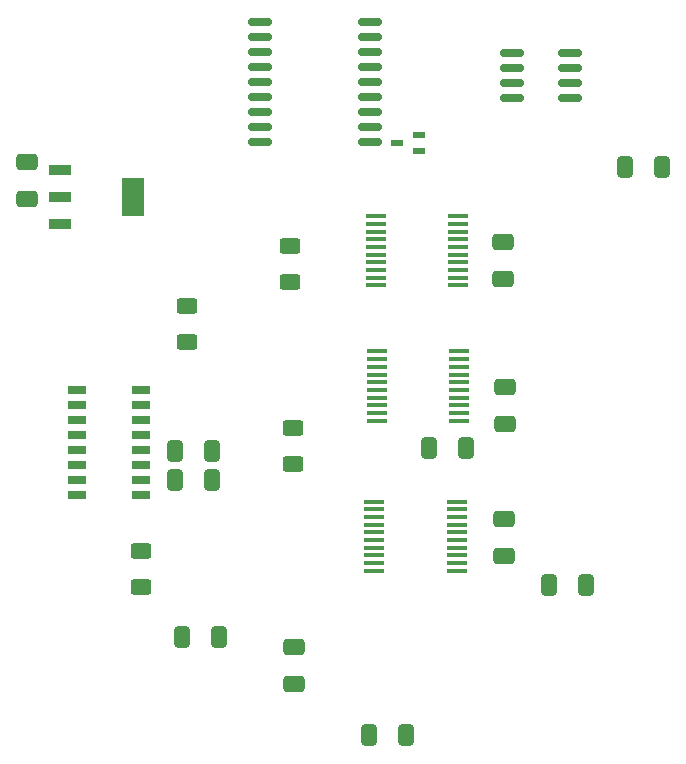
<source format=gbr>
%TF.GenerationSoftware,KiCad,Pcbnew,8.0.1-rc1*%
%TF.CreationDate,2024-11-21T18:28:05-08:00*%
%TF.ProjectId,AMS - CANBus Sensor - Temperature - RTD,414d5320-2d20-4434-914e-427573205365,rev?*%
%TF.SameCoordinates,Original*%
%TF.FileFunction,Paste,Bot*%
%TF.FilePolarity,Positive*%
%FSLAX46Y46*%
G04 Gerber Fmt 4.6, Leading zero omitted, Abs format (unit mm)*
G04 Created by KiCad (PCBNEW 8.0.1-rc1) date 2024-11-21 18:28:05*
%MOMM*%
%LPD*%
G01*
G04 APERTURE LIST*
G04 Aperture macros list*
%AMRoundRect*
0 Rectangle with rounded corners*
0 $1 Rounding radius*
0 $2 $3 $4 $5 $6 $7 $8 $9 X,Y pos of 4 corners*
0 Add a 4 corners polygon primitive as box body*
4,1,4,$2,$3,$4,$5,$6,$7,$8,$9,$2,$3,0*
0 Add four circle primitives for the rounded corners*
1,1,$1+$1,$2,$3*
1,1,$1+$1,$4,$5*
1,1,$1+$1,$6,$7*
1,1,$1+$1,$8,$9*
0 Add four rect primitives between the rounded corners*
20,1,$1+$1,$2,$3,$4,$5,0*
20,1,$1+$1,$4,$5,$6,$7,0*
20,1,$1+$1,$6,$7,$8,$9,0*
20,1,$1+$1,$8,$9,$2,$3,0*%
G04 Aperture macros list end*
%ADD10RoundRect,0.250000X-0.412500X-0.650000X0.412500X-0.650000X0.412500X0.650000X-0.412500X0.650000X0*%
%ADD11R,1.850000X0.900000*%
%ADD12R,1.850000X3.200000*%
%ADD13R,1.525000X0.650000*%
%ADD14R,1.000000X0.550000*%
%ADD15RoundRect,0.250000X0.650000X-0.412500X0.650000X0.412500X-0.650000X0.412500X-0.650000X-0.412500X0*%
%ADD16RoundRect,0.250000X-0.650000X0.412500X-0.650000X-0.412500X0.650000X-0.412500X0.650000X0.412500X0*%
%ADD17RoundRect,0.150000X0.825000X0.150000X-0.825000X0.150000X-0.825000X-0.150000X0.825000X-0.150000X0*%
%ADD18R,1.705000X0.450000*%
%ADD19RoundRect,0.250000X-0.625000X0.400000X-0.625000X-0.400000X0.625000X-0.400000X0.625000X0.400000X0*%
%ADD20RoundRect,0.250000X0.412500X0.650000X-0.412500X0.650000X-0.412500X-0.650000X0.412500X-0.650000X0*%
%ADD21RoundRect,0.150000X0.875000X0.150000X-0.875000X0.150000X-0.875000X-0.150000X0.875000X-0.150000X0*%
%ADD22RoundRect,0.250000X0.625000X-0.400000X0.625000X0.400000X-0.625000X0.400000X-0.625000X-0.400000X0*%
G04 APERTURE END LIST*
D10*
%TO.C,C10*%
X176219551Y-77425242D03*
X173094551Y-77425242D03*
%TD*%
D11*
%TO.C,IC5*%
X125227300Y-82238500D03*
X125227300Y-79938500D03*
X125227300Y-77638500D03*
D12*
X131427300Y-79938500D03*
%TD*%
D13*
%TO.C,IC4*%
X126702000Y-105163600D03*
X126702000Y-103893600D03*
X126702000Y-102623600D03*
X126702000Y-101353600D03*
X126702000Y-100083600D03*
X126702000Y-98813600D03*
X126702000Y-97543600D03*
X126702000Y-96273600D03*
X132126000Y-96273600D03*
X132126000Y-97543600D03*
X132126000Y-98813600D03*
X132126000Y-100083600D03*
X132126000Y-101353600D03*
X132126000Y-102623600D03*
X132126000Y-103893600D03*
X132126000Y-105163600D03*
%TD*%
D14*
%TO.C,D1*%
X155655900Y-74744100D03*
X155655900Y-76044100D03*
X153755900Y-75394100D03*
%TD*%
D15*
%TO.C,C17*%
X122452500Y-80108100D03*
X122452500Y-76983100D03*
%TD*%
D16*
%TO.C,C2*%
X145046300Y-118038200D03*
X145046300Y-121163200D03*
%TD*%
D17*
%TO.C,U4*%
X168429800Y-67769000D03*
X168429800Y-69039000D03*
X168429800Y-70309000D03*
X168429800Y-71579000D03*
X163479800Y-71579000D03*
X163479800Y-70309000D03*
X163479800Y-69039000D03*
X163479800Y-67769000D03*
%TD*%
D18*
%TO.C,IC2*%
X159052800Y-93041700D03*
X159052800Y-93691700D03*
X159052800Y-94341700D03*
X159052800Y-94991700D03*
X159052800Y-95641700D03*
X159052800Y-96291700D03*
X159052800Y-96941700D03*
X159052800Y-97591700D03*
X159052800Y-98241700D03*
X159052800Y-98891700D03*
X152056800Y-98891700D03*
X152056800Y-98241700D03*
X152056800Y-97591700D03*
X152056800Y-96941700D03*
X152056800Y-96291700D03*
X152056800Y-95641700D03*
X152056800Y-94991700D03*
X152056800Y-94341700D03*
X152056800Y-93691700D03*
X152056800Y-93041700D03*
%TD*%
D19*
%TO.C,R4*%
X132096400Y-109912300D03*
X132096400Y-113012300D03*
%TD*%
D15*
%TO.C,C9*%
X162729800Y-86897200D03*
X162729800Y-83772200D03*
%TD*%
D20*
%TO.C,C4*%
X154543600Y-125526100D03*
X151418600Y-125526100D03*
%TD*%
D21*
%TO.C,U3*%
X151455100Y-65127000D03*
X151455100Y-66397000D03*
X151455100Y-67667000D03*
X151455100Y-68937000D03*
X151455100Y-70207000D03*
X151455100Y-71477000D03*
X151455100Y-72747000D03*
X151455100Y-74017000D03*
X151455100Y-75287000D03*
X142155100Y-75287000D03*
X142155100Y-74017000D03*
X142155100Y-72747000D03*
X142155100Y-71477000D03*
X142155100Y-70207000D03*
X142155100Y-68937000D03*
X142155100Y-67667000D03*
X142155100Y-66397000D03*
X142155100Y-65127000D03*
%TD*%
D22*
%TO.C,R5*%
X144703000Y-87196800D03*
X144703000Y-84096800D03*
%TD*%
D19*
%TO.C,R3*%
X135973000Y-89148700D03*
X135973000Y-92248700D03*
%TD*%
D18*
%TO.C,IC3*%
X158862000Y-105750800D03*
X158862000Y-106400800D03*
X158862000Y-107050800D03*
X158862000Y-107700800D03*
X158862000Y-108350800D03*
X158862000Y-109000800D03*
X158862000Y-109650800D03*
X158862000Y-110300800D03*
X158862000Y-110950800D03*
X158862000Y-111600800D03*
X151866000Y-111600800D03*
X151866000Y-110950800D03*
X151866000Y-110300800D03*
X151866000Y-109650800D03*
X151866000Y-109000800D03*
X151866000Y-108350800D03*
X151866000Y-107700800D03*
X151866000Y-107050800D03*
X151866000Y-106400800D03*
X151866000Y-105750800D03*
%TD*%
D20*
%TO.C,C1*%
X138717100Y-117199700D03*
X135592100Y-117199700D03*
%TD*%
D19*
%TO.C,R2*%
X144995600Y-99509000D03*
X144995600Y-102609000D03*
%TD*%
D18*
%TO.C,IC1*%
X158961000Y-81591200D03*
X158961000Y-82241200D03*
X158961000Y-82891200D03*
X158961000Y-83541200D03*
X158961000Y-84191200D03*
X158961000Y-84841200D03*
X158961000Y-85491200D03*
X158961000Y-86141200D03*
X158961000Y-86791200D03*
X158961000Y-87441200D03*
X151965000Y-87441200D03*
X151965000Y-86791200D03*
X151965000Y-86141200D03*
X151965000Y-85491200D03*
X151965000Y-84841200D03*
X151965000Y-84191200D03*
X151965000Y-83541200D03*
X151965000Y-82891200D03*
X151965000Y-82241200D03*
X151965000Y-81591200D03*
%TD*%
D16*
%TO.C,C12*%
X162889700Y-96066100D03*
X162889700Y-99191100D03*
%TD*%
D20*
%TO.C,C7*%
X138126100Y-103901500D03*
X135001100Y-103901500D03*
%TD*%
D10*
%TO.C,C13*%
X156521000Y-101175400D03*
X159646000Y-101175400D03*
%TD*%
D20*
%TO.C,C6*%
X138122400Y-101431600D03*
X134997400Y-101431600D03*
%TD*%
D16*
%TO.C,C14*%
X162869100Y-107189900D03*
X162869100Y-110314900D03*
%TD*%
D20*
%TO.C,C16*%
X169811100Y-112819400D03*
X166686100Y-112819400D03*
%TD*%
M02*

</source>
